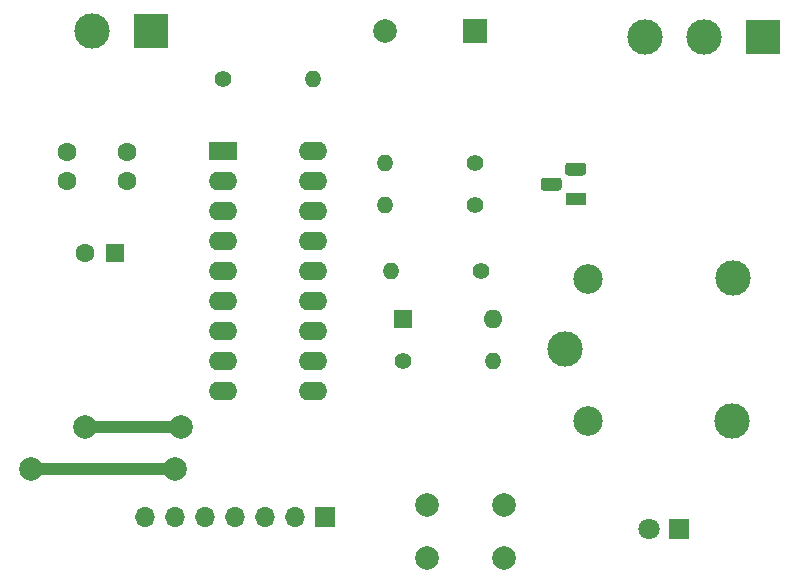
<source format=gbr>
%TF.GenerationSoftware,KiCad,Pcbnew,(5.1.7)-1*%
%TF.CreationDate,2021-08-01T15:47:44-03:00*%
%TF.ProjectId,cerradura digital,63657272-6164-4757-9261-206469676974,rev?*%
%TF.SameCoordinates,Original*%
%TF.FileFunction,Copper,L1,Top*%
%TF.FilePolarity,Positive*%
%FSLAX46Y46*%
G04 Gerber Fmt 4.6, Leading zero omitted, Abs format (unit mm)*
G04 Created by KiCad (PCBNEW (5.1.7)-1) date 2021-08-01 15:47:44*
%MOMM*%
%LPD*%
G01*
G04 APERTURE LIST*
%TA.AperFunction,ComponentPad*%
%ADD10O,1.700000X1.700000*%
%TD*%
%TA.AperFunction,ComponentPad*%
%ADD11R,1.700000X1.700000*%
%TD*%
%TA.AperFunction,ComponentPad*%
%ADD12O,2.400000X1.600000*%
%TD*%
%TA.AperFunction,ComponentPad*%
%ADD13R,2.400000X1.600000*%
%TD*%
%TA.AperFunction,ComponentPad*%
%ADD14C,2.000000*%
%TD*%
%TA.AperFunction,ComponentPad*%
%ADD15O,1.400000X1.400000*%
%TD*%
%TA.AperFunction,ComponentPad*%
%ADD16C,1.400000*%
%TD*%
%TA.AperFunction,ComponentPad*%
%ADD17R,1.800000X1.100000*%
%TD*%
%TA.AperFunction,ComponentPad*%
%ADD18C,3.000000*%
%TD*%
%TA.AperFunction,ComponentPad*%
%ADD19C,2.500000*%
%TD*%
%TA.AperFunction,ComponentPad*%
%ADD20R,3.000000X3.000000*%
%TD*%
%TA.AperFunction,ComponentPad*%
%ADD21O,1.600000X1.600000*%
%TD*%
%TA.AperFunction,ComponentPad*%
%ADD22R,1.600000X1.600000*%
%TD*%
%TA.AperFunction,ComponentPad*%
%ADD23C,1.800000*%
%TD*%
%TA.AperFunction,ComponentPad*%
%ADD24R,1.800000X1.800000*%
%TD*%
%TA.AperFunction,ComponentPad*%
%ADD25C,1.600000*%
%TD*%
%TA.AperFunction,ComponentPad*%
%ADD26R,2.000000X2.000000*%
%TD*%
%TA.AperFunction,ViaPad*%
%ADD27C,2.000000*%
%TD*%
%TA.AperFunction,Conductor*%
%ADD28C,1.000000*%
%TD*%
G04 APERTURE END LIST*
D10*
%TO.P,K1,7*%
%TO.N,Net-(K1-Pad7)*%
X129032000Y-100076000D03*
%TO.P,K1,6*%
%TO.N,GND*%
X131572000Y-100076000D03*
%TO.P,K1,5*%
%TO.N,Net-(K1-Pad5)*%
X134112000Y-100076000D03*
%TO.P,K1,4*%
%TO.N,Net-(K1-Pad4)*%
X136652000Y-100076000D03*
%TO.P,K1,3*%
%TO.N,Net-(K1-Pad3)*%
X139192000Y-100076000D03*
%TO.P,K1,2*%
%TO.N,Net-(K1-Pad2)*%
X141732000Y-100076000D03*
D11*
%TO.P,K1,1*%
%TO.N,Net-(K1-Pad1)*%
X144272000Y-100076000D03*
%TD*%
D12*
%TO.P,U1,18*%
%TO.N,Net-(R1-Pad2)*%
X143256000Y-69088000D03*
%TO.P,U1,9*%
%TO.N,+5V*%
X135636000Y-89408000D03*
%TO.P,U1,17*%
%TO.N,Net-(R4-Pad2)*%
X143256000Y-71628000D03*
%TO.P,U1,8*%
%TO.N,Net-(K1-Pad7)*%
X135636000Y-86868000D03*
%TO.P,U1,16*%
%TO.N,Net-(U1-Pad16)*%
X143256000Y-74168000D03*
%TO.P,U1,7*%
%TO.N,Net-(K1-Pad4)*%
X135636000Y-84328000D03*
%TO.P,U1,15*%
%TO.N,Net-(U1-Pad15)*%
X143256000Y-76708000D03*
%TO.P,U1,6*%
%TO.N,Net-(K1-Pad5)*%
X135636000Y-81788000D03*
%TO.P,U1,14*%
%TO.N,Net-(BZ1-Pad2)*%
X143256000Y-79248000D03*
%TO.P,U1,5*%
%TO.N,Net-(K1-Pad2)*%
X135636000Y-79248000D03*
%TO.P,U1,13*%
%TO.N,Net-(SW1-Pad1)*%
X143256000Y-81788000D03*
%TO.P,U1,4*%
%TO.N,Net-(C2-Pad1)*%
X135636000Y-76708000D03*
%TO.P,U1,12*%
%TO.N,sensor*%
X143256000Y-84328000D03*
%TO.P,U1,3*%
%TO.N,GND*%
X135636000Y-74168000D03*
%TO.P,U1,11*%
%TO.N,Net-(K1-Pad1)*%
X143256000Y-86868000D03*
%TO.P,U1,2*%
%TO.N,GND*%
X135636000Y-71628000D03*
%TO.P,U1,10*%
%TO.N,Net-(K1-Pad3)*%
X143256000Y-89408000D03*
D13*
%TO.P,U1,1*%
%TO.N,Net-(C1-Pad2)*%
X135636000Y-69088000D03*
%TD*%
D14*
%TO.P,SW1,1*%
%TO.N,Net-(SW1-Pad1)*%
X159408000Y-99060000D03*
%TO.P,SW1,2*%
%TO.N,GND*%
X159408000Y-103560000D03*
%TO.P,SW1,1*%
%TO.N,Net-(SW1-Pad1)*%
X152908000Y-99060000D03*
%TO.P,SW1,2*%
%TO.N,GND*%
X152908000Y-103560000D03*
%TD*%
D15*
%TO.P,R5,2*%
%TO.N,Net-(R4-Pad2)*%
X149352000Y-73660000D03*
D16*
%TO.P,R5,1*%
%TO.N,Net-(Q1-Pad2)*%
X156972000Y-73660000D03*
%TD*%
D15*
%TO.P,R4,2*%
%TO.N,Net-(R4-Pad2)*%
X149352000Y-70104000D03*
D16*
%TO.P,R4,1*%
%TO.N,+5V*%
X156972000Y-70104000D03*
%TD*%
D15*
%TO.P,R3,2*%
%TO.N,Net-(D1-Pad2)*%
X158496000Y-86868000D03*
D16*
%TO.P,R3,1*%
%TO.N,Net-(D2-Pad1)*%
X150876000Y-86868000D03*
%TD*%
D15*
%TO.P,R2,2*%
%TO.N,Net-(BZ1-Pad2)*%
X149860000Y-79248000D03*
D16*
%TO.P,R2,1*%
%TO.N,+5V*%
X157480000Y-79248000D03*
%TD*%
D15*
%TO.P,R1,2*%
%TO.N,Net-(R1-Pad2)*%
X143256000Y-62992000D03*
D16*
%TO.P,R1,1*%
%TO.N,Net-(C1-Pad2)*%
X135636000Y-62992000D03*
%TD*%
D17*
%TO.P,Q1,1*%
%TO.N,Net-(D2-Pad1)*%
X165500000Y-73152000D03*
%TO.P,Q1,3*%
%TO.N,+5V*%
%TA.AperFunction,ComponentPad*%
G36*
G01*
X166125000Y-71162000D02*
X164875000Y-71162000D01*
G75*
G02*
X164600000Y-70887000I0J275000D01*
G01*
X164600000Y-70337000D01*
G75*
G02*
X164875000Y-70062000I275000J0D01*
G01*
X166125000Y-70062000D01*
G75*
G02*
X166400000Y-70337000I0J-275000D01*
G01*
X166400000Y-70887000D01*
G75*
G02*
X166125000Y-71162000I-275000J0D01*
G01*
G37*
%TD.AperFunction*%
%TO.P,Q1,2*%
%TO.N,Net-(Q1-Pad2)*%
%TA.AperFunction,ComponentPad*%
G36*
G01*
X164055000Y-72432000D02*
X162805000Y-72432000D01*
G75*
G02*
X162530000Y-72157000I0J275000D01*
G01*
X162530000Y-71607000D01*
G75*
G02*
X162805000Y-71332000I275000J0D01*
G01*
X164055000Y-71332000D01*
G75*
G02*
X164330000Y-71607000I0J-275000D01*
G01*
X164330000Y-72157000D01*
G75*
G02*
X164055000Y-72432000I-275000J0D01*
G01*
G37*
%TD.AperFunction*%
%TD*%
D18*
%TO.P,K2,1*%
%TO.N,CC*%
X164592000Y-85852000D03*
D19*
%TO.P,K2,5*%
%TO.N,Net-(D2-Pad1)*%
X166542000Y-79902000D03*
D18*
%TO.P,K2,4*%
%TO.N,NC*%
X178792000Y-79852000D03*
%TO.P,K2,3*%
%TO.N,NO*%
X178742000Y-91902000D03*
D19*
%TO.P,K2,2*%
%TO.N,GND*%
X166542000Y-91902000D03*
%TD*%
D18*
%TO.P,J2,3*%
%TO.N,CC*%
X171356000Y-59436000D03*
%TO.P,J2,2*%
%TO.N,NO*%
X176356000Y-59436000D03*
D20*
%TO.P,J2,1*%
%TO.N,NC*%
X181356000Y-59436000D03*
%TD*%
D18*
%TO.P,J1,2*%
%TO.N,GND*%
X124540000Y-58928000D03*
D20*
%TO.P,J1,1*%
%TO.N,+5V*%
X129540000Y-58928000D03*
%TD*%
D21*
%TO.P,D2,2*%
%TO.N,GND*%
X158496000Y-83312000D03*
D22*
%TO.P,D2,1*%
%TO.N,Net-(D2-Pad1)*%
X150876000Y-83312000D03*
%TD*%
D23*
%TO.P,D1,2*%
%TO.N,Net-(D1-Pad2)*%
X171704000Y-101092000D03*
D24*
%TO.P,D1,1*%
%TO.N,GND*%
X174244000Y-101092000D03*
%TD*%
D25*
%TO.P,C3,2*%
%TO.N,Net-(C1-Pad2)*%
X127508000Y-69128000D03*
%TO.P,C3,1*%
%TO.N,GND*%
X127508000Y-71628000D03*
%TD*%
%TO.P,C2,2*%
%TO.N,GND*%
X123992000Y-77724000D03*
D22*
%TO.P,C2,1*%
%TO.N,Net-(C2-Pad1)*%
X126492000Y-77724000D03*
%TD*%
D25*
%TO.P,C1,2*%
%TO.N,Net-(C1-Pad2)*%
X122428000Y-69128000D03*
%TO.P,C1,1*%
%TO.N,GND*%
X122428000Y-71628000D03*
%TD*%
D14*
%TO.P,BZ1,2*%
%TO.N,Net-(BZ1-Pad2)*%
X149372000Y-58928000D03*
D26*
%TO.P,BZ1,1*%
%TO.N,+5V*%
X156972000Y-58928000D03*
%TD*%
D27*
%TO.N,GND*%
X131572000Y-96012000D03*
X119380000Y-96012000D03*
%TO.N,Net-(K1-Pad5)*%
X132080000Y-92456000D03*
X123952000Y-92456000D03*
%TD*%
D28*
%TO.N,GND*%
X131572000Y-96012000D02*
X119380000Y-96012000D01*
%TO.N,Net-(K1-Pad5)*%
X132080000Y-92456000D02*
X123952000Y-92456000D01*
%TD*%
M02*

</source>
